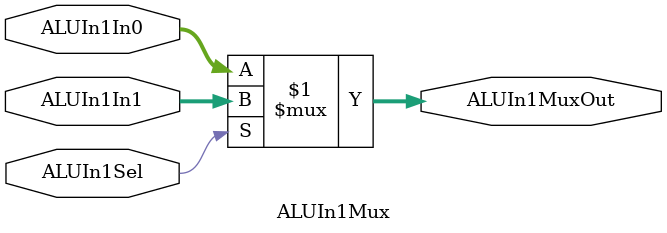
<source format=v>
`timescale 1ns / 1ps

module ALUIn1Mux(
    input ALUIn1Sel,
    input [31:0] ALUIn1In0,
    input [31:0] ALUIn1In1,
    output [31:0] ALUIn1MuxOut
    );
    assign ALUIn1MuxOut = ALUIn1Sel ? ALUIn1In1 : ALUIn1In0;
endmodule

</source>
